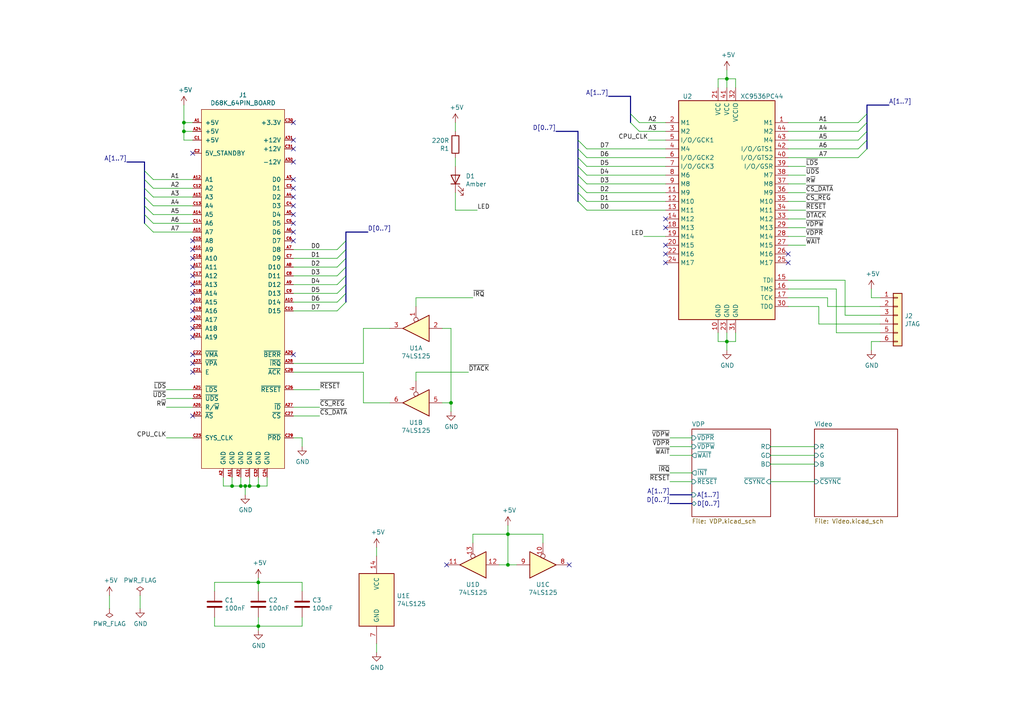
<source format=kicad_sch>
(kicad_sch (version 20211123) (generator eeschema)
  (paper "A4")
  (lib_symbols
    (symbol "74xx:74LS125" (pin_names (offset 1.016))
      (property "Reference" "U" (at 0 1.27 0))
      (property "Value" "74LS125" (at 0 -1.27 0))
      (symbol "74LS125_1_0"
        (polyline (pts (xy -3.81 3.81) (xy -3.81 -3.81) (xy 3.81 0) (xy -3.81 3.81)) (stroke (width 0.254)) (fill (type background)))
        (pin input inverted (at 0 -6.35 90) (length 4.445) (name "~") (number "1"))
        (pin input line (at -7.62 0 0) (length 3.81) (name "~") (number "2"))
        (pin tri_state line (at 7.62 0 180) (length 3.81) (name "~") (number "3"))
      )
      (symbol "74LS125_2_0"
        (polyline (pts (xy -3.81 3.81) (xy -3.81 -3.81) (xy 3.81 0) (xy -3.81 3.81)) (stroke (width 0.254)) (fill (type background)))
        (pin input inverted (at 0 -6.35 90) (length 4.445) (name "~") (number "4"))
        (pin input line (at -7.62 0 0) (length 3.81) (name "~") (number "5"))
        (pin tri_state line (at 7.62 0 180) (length 3.81) (name "~") (number "6"))
      )
      (symbol "74LS125_3_0"
        (polyline (pts (xy -3.81 3.81) (xy -3.81 -3.81) (xy 3.81 0) (xy -3.81 3.81)) (stroke (width 0.254)) (fill (type background)))
        (pin input inverted (at 0 -6.35 90) (length 4.445) (name "~") (number "10"))
        (pin tri_state line (at 7.62 0 180) (length 3.81) (name "~") (number "8"))
        (pin input line (at -7.62 0 0) (length 3.81) (name "~") (number "9"))
      )
      (symbol "74LS125_4_0"
        (polyline (pts (xy -3.81 3.81) (xy -3.81 -3.81) (xy 3.81 0) (xy -3.81 3.81)) (stroke (width 0.254)) (fill (type background)))
        (pin tri_state line (at 7.62 0 180) (length 3.81) (name "~") (number "11"))
        (pin input line (at -7.62 0 0) (length 3.81) (name "~") (number "12"))
        (pin input inverted (at 0 -6.35 90) (length 4.445) (name "~") (number "13"))
      )
      (symbol "74LS125_5_0"
        (pin power_in line (at 0 12.7 270) (length 5.08) (name "VCC") (number "14"))
        (pin power_in line (at 0 -12.7 90) (length 5.08) (name "GND") (number "7"))
      )
      (symbol "74LS125_5_1"
        (rectangle (start -5.08 7.62) (end 5.08 -7.62) (stroke (width 0.254)) (fill (type background)))
      )
    )
    (symbol "Connector_Generic:Conn_01x06" (pin_names (offset 1.016) hide)
      (property "Reference" "J" (at 0 7.62 0))
      (property "Value" "Conn_01x06" (at 0 -10.16 0))
      (symbol "Conn_01x06_1_1"
        (rectangle (start -1.27 -7.493) (end 0 -7.747) (stroke (width 0.1524)))
        (rectangle (start -1.27 -4.953) (end 0 -5.207) (stroke (width 0.1524)))
        (rectangle (start -1.27 -2.413) (end 0 -2.667) (stroke (width 0.1524)))
        (rectangle (start -1.27 0.127) (end 0 -0.127) (stroke (width 0.1524)))
        (rectangle (start -1.27 2.667) (end 0 2.413) (stroke (width 0.1524)))
        (rectangle (start -1.27 5.207) (end 0 4.953) (stroke (width 0.1524)))
        (rectangle (start -1.27 6.35) (end 1.27 -8.89) (stroke (width 0.254)) (fill (type background)))
        (pin passive line (at -5.08 5.08 0) (length 3.81) (name "Pin_1") (number "1"))
        (pin passive line (at -5.08 2.54 0) (length 3.81) (name "Pin_2") (number "2"))
        (pin passive line (at -5.08 0 0) (length 3.81) (name "Pin_3") (number "3"))
        (pin passive line (at -5.08 -2.54 0) (length 3.81) (name "Pin_4") (number "4"))
        (pin passive line (at -5.08 -5.08 0) (length 3.81) (name "Pin_5") (number "5"))
        (pin passive line (at -5.08 -7.62 0) (length 3.81) (name "Pin_6") (number "6"))
      )
    )
    (symbol "Ddraig:D68K_64PIN_BOARD" (pin_names (offset 1.016))
      (property "Reference" "J" (at -11.43 53.34 0))
      (property "Value" "D68K_64PIN_BOARD" (at -2.54 50.8 0))
      (symbol "D68K_64PIN_BOARD_0_1"
        (rectangle (start -12.7 48.26) (end 11.43 -55.88) (fill (type background)))
      )
      (symbol "D68K_64PIN_BOARD_1_1"
        (pin power_in line (at -15.24 44.45 0) (length 2.54) (name "+5V") (number "A1"))
        (pin bidirectional line (at 13.97 -7.62 180) (length 2.54) (name "D14") (number "A10"))
        (pin power_in line (at -3.81 -58.42 90) (length 2.54) (name "GND") (number "A11"))
        (pin output line (at -15.24 27.94 0) (length 2.54) (name "A1") (number "A12"))
        (pin output line (at -15.24 22.86 0) (length 2.54) (name "A3") (number "A13"))
        (pin output line (at -15.24 17.78 0) (length 2.54) (name "A5") (number "A14"))
        (pin output line (at -15.24 12.7 0) (length 2.54) (name "A7") (number "A15"))
        (pin output line (at -15.24 7.62 0) (length 2.54) (name "A9") (number "A16"))
        (pin output line (at -15.24 2.54 0) (length 2.54) (name "A11") (number "A17"))
        (pin output line (at -15.24 -2.54 0) (length 2.54) (name "A13") (number "A18"))
        (pin output line (at -15.24 -7.62 0) (length 2.54) (name "A15") (number "A19"))
        (pin power_in line (at -6.35 -58.42 90) (length 2.54) (name "GND") (number "A2"))
        (pin output line (at -15.24 -12.7 0) (length 2.54) (name "A17") (number "A20"))
        (pin output line (at -15.24 -17.78 0) (length 2.54) (name "A19") (number "A21"))
        (pin output line (at -15.24 -40.64 0) (length 2.54) (name "~{AS}") (number "A22"))
        (pin output line (at -15.24 -25.4 0) (length 2.54) (name "~{VPA}") (number "A23"))
        (pin power_in line (at -15.24 41.91 0) (length 2.54) (name "+5V") (number "A24"))
        (pin output line (at -15.24 -33.02 0) (length 2.54) (name "~{LDS}") (number "A25"))
        (pin output line (at -15.24 -38.1 0) (length 2.54) (name "R/~{W}") (number "A26"))
        (pin output line (at 13.97 -38.1 180) (length 2.54) (name "~{ID}") (number "A27"))
        (pin input line (at 13.97 -25.4 180) (length 2.54) (name "~{IRQ}") (number "A28"))
        (pin input line (at 13.97 -22.86 180) (length 2.54) (name "~{BERR}") (number "A29"))
        (pin bidirectional line (at 13.97 27.94 180) (length 2.54) (name "D0") (number "A3"))
        (pin power_in line (at 13.97 33.02 180) (length 2.54) (name "-12V") (number "A30"))
        (pin power_in line (at 13.97 39.37 180) (length 2.54) (name "+12V") (number "A31"))
        (pin power_in line (at -1.27 -58.42 90) (length 2.54) (name "GND") (number "A32"))
        (pin bidirectional line (at 13.97 22.86 180) (length 2.54) (name "D2") (number "A4"))
        (pin bidirectional line (at 13.97 17.78 180) (length 2.54) (name "D4") (number "A5"))
        (pin bidirectional line (at 13.97 12.7 180) (length 2.54) (name "D6") (number "A6"))
        (pin bidirectional line (at 13.97 7.62 180) (length 2.54) (name "D8") (number "A7"))
        (pin bidirectional line (at 13.97 2.54 180) (length 2.54) (name "D10") (number "A8"))
        (pin bidirectional line (at 13.97 -2.54 180) (length 2.54) (name "D12") (number "A9"))
        (pin power_in line (at -15.24 39.37 0) (length 2.54) (name "+5V") (number "C1"))
        (pin bidirectional line (at 13.97 -10.16 180) (length 2.54) (name "D15") (number "C10"))
        (pin power_in line (at 1.27 -58.42 90) (length 2.54) (name "GND") (number "C11"))
        (pin output line (at -15.24 25.4 0) (length 2.54) (name "A2") (number "C12"))
        (pin output line (at -15.24 20.32 0) (length 2.54) (name "A4") (number "C13"))
        (pin output line (at -15.24 15.24 0) (length 2.54) (name "A6") (number "C14"))
        (pin output line (at -15.24 10.16 0) (length 2.54) (name "A8") (number "C15"))
        (pin output line (at -15.24 5.08 0) (length 2.54) (name "A10") (number "C16"))
        (pin output line (at -15.24 0 0) (length 2.54) (name "A12") (number "C17"))
        (pin output line (at -15.24 -5.08 0) (length 2.54) (name "A14") (number "C18"))
        (pin output line (at -15.24 -10.16 0) (length 2.54) (name "A16") (number "C19"))
        (pin power_in line (at -15.24 35.56 0) (length 2.54) (name "5V_STANDBY") (number "C2"))
        (pin output line (at -15.24 -15.24 0) (length 2.54) (name "A18") (number "C20"))
        (pin output line (at -15.24 -27.94 0) (length 2.54) (name "E") (number "C21"))
        (pin output line (at -15.24 -22.86 0) (length 2.54) (name "~{VMA}") (number "C22"))
        (pin output line (at -15.24 -46.99 0) (length 2.54) (name "SYS_CLK") (number "C23"))
        (pin power_in line (at 6.35 -58.42 90) (length 2.54) (name "GND") (number "C24"))
        (pin output line (at -15.24 -35.56 0) (length 2.54) (name "~{UDS}") (number "C25"))
        (pin output line (at 13.97 -33.02 180) (length 2.54) (name "~{RESET}") (number "C26"))
        (pin output line (at 13.97 -40.64 180) (length 2.54) (name "~{CS}") (number "C27"))
        (pin input line (at 13.97 -27.94 180) (length 2.54) (name "~{ACK}") (number "C28"))
        (pin passive line (at 13.97 -46.99 180) (length 2.54) (name "~{PRD}") (number "C29"))
        (pin bidirectional line (at 13.97 25.4 180) (length 2.54) (name "D1") (number "C3"))
        (pin power_in line (at 13.97 44.45 180) (length 2.54) (name "+3.3V") (number "C30"))
        (pin power_in line (at 13.97 36.83 180) (length 2.54) (name "+12V") (number "C31"))
        (pin power_in line (at 3.81 -58.42 90) (length 2.54) (name "GND") (number "C32"))
        (pin bidirectional line (at 13.97 20.32 180) (length 2.54) (name "D3") (number "C4"))
        (pin bidirectional line (at 13.97 15.24 180) (length 2.54) (name "D5") (number "C5"))
        (pin bidirectional line (at 13.97 10.16 180) (length 2.54) (name "D7") (number "C6"))
        (pin bidirectional line (at 13.97 5.08 180) (length 2.54) (name "D9") (number "C7"))
        (pin bidirectional line (at 13.97 0 180) (length 2.54) (name "D11") (number "C8"))
        (pin bidirectional line (at 13.97 -5.08 180) (length 2.54) (name "D13") (number "C9"))
      )
    )
    (symbol "Ddraig:XC9536PC44"
      (property "Reference" "U" (at -13.97 33.02 0))
      (property "Value" "XC9536PC44" (at -13.97 -33.02 0))
      (symbol "XC9536PC44_1_1"
        (rectangle (start -13.97 31.75) (end 13.97 -31.75) (stroke (width 0.254)) (fill (type background)))
        (pin bidirectional line (at 17.78 25.4 180) (length 3.81) (name "M1") (number "1"))
        (pin power_in line (at -2.54 -35.56 90) (length 3.81) (name "GND") (number "10"))
        (pin bidirectional line (at -17.78 5.08 0) (length 3.81) (name "M9") (number "11"))
        (pin bidirectional line (at -17.78 2.54 0) (length 3.81) (name "M10") (number "12"))
        (pin bidirectional line (at -17.78 0 0) (length 3.81) (name "M11") (number "13"))
        (pin bidirectional line (at -17.78 -2.54 0) (length 3.81) (name "M12") (number "14"))
        (pin input line (at 17.78 -20.32 180) (length 3.81) (name "TDI") (number "15"))
        (pin input line (at 17.78 -22.86 180) (length 3.81) (name "TMS") (number "16"))
        (pin input line (at 17.78 -25.4 180) (length 3.81) (name "TCK") (number "17"))
        (pin bidirectional line (at -17.78 -5.08 0) (length 3.81) (name "M13") (number "18"))
        (pin bidirectional line (at -17.78 -7.62 0) (length 3.81) (name "M14") (number "19"))
        (pin bidirectional line (at -17.78 25.4 0) (length 3.81) (name "M1") (number "2"))
        (pin bidirectional line (at -17.78 -10.16 0) (length 3.81) (name "M15") (number "20"))
        (pin power_in line (at -2.54 35.56 270) (length 3.81) (name "VCC") (number "21"))
        (pin bidirectional line (at -17.78 -12.7 0) (length 3.81) (name "M16") (number "22"))
        (pin power_in line (at 0 -35.56 90) (length 3.81) (name "GND") (number "23"))
        (pin bidirectional line (at -17.78 -15.24 0) (length 3.81) (name "M17") (number "24"))
        (pin bidirectional line (at 17.78 -15.24 180) (length 3.81) (name "M17") (number "25"))
        (pin bidirectional line (at 17.78 -12.7 180) (length 3.81) (name "M16") (number "26"))
        (pin bidirectional line (at 17.78 -10.16 180) (length 3.81) (name "M15") (number "27"))
        (pin bidirectional line (at 17.78 -7.62 180) (length 3.81) (name "M14") (number "28"))
        (pin bidirectional line (at 17.78 -5.08 180) (length 3.81) (name "M13") (number "29"))
        (pin bidirectional line (at -17.78 22.86 0) (length 3.81) (name "M2") (number "3"))
        (pin output line (at 17.78 -27.94 180) (length 3.81) (name "TDO") (number "30"))
        (pin power_in line (at 2.54 -35.56 90) (length 3.81) (name "GND") (number "31"))
        (pin power_in line (at 2.54 35.56 270) (length 3.81) (name "VCCIO") (number "32"))
        (pin bidirectional line (at 17.78 -2.54 180) (length 3.81) (name "M12") (number "33"))
        (pin bidirectional line (at 17.78 0 180) (length 3.81) (name "M11") (number "34"))
        (pin bidirectional line (at 17.78 2.54 180) (length 3.81) (name "M10") (number "35"))
        (pin bidirectional line (at 17.78 5.08 180) (length 3.81) (name "M9") (number "36"))
        (pin bidirectional line (at 17.78 7.62 180) (length 3.81) (name "M8") (number "37"))
        (pin bidirectional line (at 17.78 10.16 180) (length 3.81) (name "M7") (number "38"))
        (pin bidirectional line (at 17.78 12.7 180) (length 3.81) (name "I/O/GSR") (number "39"))
        (pin bidirectional line (at -17.78 17.78 0) (length 3.81) (name "M4") (number "4"))
        (pin bidirectional line (at 17.78 15.24 180) (length 3.81) (name "I/O/GTS2") (number "40"))
        (pin power_in line (at 0 35.56 270) (length 3.81) (name "VCC") (number "41"))
        (pin bidirectional line (at 17.78 17.78 180) (length 3.81) (name "I/O/GTS1") (number "42"))
        (pin bidirectional line (at 17.78 20.32 180) (length 3.81) (name "M4") (number "43"))
        (pin bidirectional line (at 17.78 22.86 180) (length 3.81) (name "M2") (number "44"))
        (pin bidirectional line (at -17.78 20.32 0) (length 3.81) (name "I/O/GCK1") (number "5"))
        (pin bidirectional line (at -17.78 15.24 0) (length 3.81) (name "I/O/GCK2") (number "6"))
        (pin bidirectional line (at -17.78 12.7 0) (length 3.81) (name "I/O/GCK3") (number "7"))
        (pin bidirectional line (at -17.78 10.16 0) (length 3.81) (name "M6") (number "8"))
        (pin bidirectional line (at -17.78 7.62 0) (length 3.81) (name "M8") (number "9"))
      )
    )
    (symbol "Device:C" (pin_numbers hide) (pin_names (offset 0.254))
      (property "Reference" "C" (at 0.635 2.54 0))
      (property "Value" "C" (at 0.635 -2.54 0))
      (symbol "C_0_1"
        (polyline (pts (xy -2.032 -0.762) (xy 2.032 -0.762)) (stroke (width 0.508)))
        (polyline (pts (xy -2.032 0.762) (xy 2.032 0.762)) (stroke (width 0.508)))
      )
      (symbol "C_1_1"
        (pin passive line (at 0 3.81 270) (length 2.794) (name "~") (number "1"))
        (pin passive line (at 0 -3.81 90) (length 2.794) (name "~") (number "2"))
      )
    )
    (symbol "Device:LED" (pin_numbers hide) (pin_names (offset 1.016) hide)
      (property "Reference" "D" (at 0 2.54 0))
      (property "Value" "LED" (at 0 -2.54 0))
      (symbol "LED_0_1"
        (polyline (pts (xy -1.27 -1.27) (xy -1.27 1.27)) (stroke (width 0.254)))
        (polyline (pts (xy -1.27 0) (xy 1.27 0)))
        (polyline (pts (xy 1.27 -1.27) (xy 1.27 1.27) (xy -1.27 0) (xy 1.27 -1.27)) (stroke (width 0.254)))
        (polyline (pts (xy -3.048 -0.762) (xy -4.572 -2.286) (xy -3.81 -2.286) (xy -4.572 -2.286) (xy -4.572 -1.524)))
        (polyline (pts (xy -1.778 -0.762) (xy -3.302 -2.286) (xy -2.54 -2.286) (xy -3.302 -2.286) (xy -3.302 -1.524)))
      )
      (symbol "LED_1_1"
        (pin passive line (at -3.81 0 0) (length 2.54) (name "K") (number "1"))
        (pin passive line (at 3.81 0 180) (length 2.54) (name "A") (number "2"))
      )
    )
    (symbol "Device:R" (pin_numbers hide) (pin_names (offset 0))
      (property "Reference" "R" (at 2.032 0 90))
      (property "Value" "R" (at 0 0 90))
      (symbol "R_0_1"
        (rectangle (start -1.016 -2.54) (end 1.016 2.54) (stroke (width 0.254)))
      )
      (symbol "R_1_1"
        (pin passive line (at 0 3.81 270) (length 1.27) (name "~") (number "1"))
        (pin passive line (at 0 -3.81 90) (length 1.27) (name "~") (number "2"))
      )
    )
    (symbol "power:+5V" (power) (pin_names (offset 0))
      (property "Value" "+5V" (at 0 3.556 0))
      (symbol "+5V_0_1"
        (polyline (pts (xy -0.762 1.27) (xy 0 2.54)))
        (polyline (pts (xy 0 0) (xy 0 2.54)))
        (polyline (pts (xy 0 2.54) (xy 0.762 1.27)))
      )
      (symbol "+5V_1_1"
        (pin power_in line (at 0 0 90) (length 0) hide (name "+5V") (number "1"))
      )
    )
    (symbol "power:GND" (power) (pin_names (offset 0))
      (property "Value" "GND" (at 0 -3.81 0))
      (symbol "GND_0_1"
        (polyline (pts (xy 0 0) (xy 0 -1.27) (xy 1.27 -1.27) (xy 0 -2.54) (xy -1.27 -1.27) (xy 0 -1.27)))
      )
      (symbol "GND_1_1"
        (pin power_in line (at 0 0 270) (length 0) hide (name "GND") (number "1"))
      )
    )
    (symbol "power:PWR_FLAG" (power) (pin_numbers hide) (pin_names (offset 0) hide)
      (property "Value" "PWR_FLAG" (at 0 3.81 0))
      (symbol "PWR_FLAG_0_0"
        (pin power_out line (at 0 0 90) (length 0) (name "pwr") (number "1"))
      )
      (symbol "PWR_FLAG_0_1"
        (polyline (pts (xy 0 0) (xy 0 1.27) (xy -1.016 1.905) (xy 0 2.54) (xy 1.016 1.905) (xy 0 1.27)))
      )
    )
  )
  (junction (at 147.32 154.94))
  (junction (at 69.85 140.97))
  (junction (at 210.82 99.06))
  (junction (at 74.93 168.91))
  (junction (at 74.93 181.61))
  (junction (at 74.93 140.97))
  (junction (at 147.32 163.83))
  (junction (at 67.31 140.97))
  (junction (at 53.34 35.56))
  (junction (at 72.39 140.97))
  (junction (at 210.82 22.86))
  (junction (at 130.81 116.84))
  (junction (at 71.12 140.97))
  (junction (at 53.34 38.1))
  (no_connect (at 55.88 92.71))
  (no_connect (at 55.88 85.09))
  (no_connect (at 85.09 69.85))
  (no_connect (at 85.09 43.18))
  (no_connect (at 85.09 67.31))
  (no_connect (at 85.09 62.23))
  (no_connect (at 55.88 44.45))
  (no_connect (at 85.09 40.64))
  (no_connect (at 228.6 73.66))
  (no_connect (at 55.88 69.85))
  (no_connect (at 55.88 80.01))
  (no_connect (at 55.88 97.79))
  (no_connect (at 85.09 57.15))
  (no_connect (at 193.04 76.2))
  (no_connect (at 55.88 82.55))
  (no_connect (at 85.09 59.69))
  (no_connect (at 85.09 52.07))
  (no_connect (at 129.54 163.83))
  (no_connect (at 55.88 120.65))
  (no_connect (at 55.88 102.87))
  (no_connect (at 193.04 66.04))
  (no_connect (at 193.04 63.5))
  (no_connect (at 55.88 105.41))
  (no_connect (at 55.88 95.25))
  (no_connect (at 55.88 72.39))
  (no_connect (at 228.6 76.2))
  (no_connect (at 85.09 35.56))
  (no_connect (at 193.04 73.66))
  (no_connect (at 85.09 54.61))
  (no_connect (at 55.88 74.93))
  (no_connect (at 85.09 46.99))
  (no_connect (at 55.88 77.47))
  (no_connect (at 55.88 90.17))
  (no_connect (at 165.1 163.83))
  (no_connect (at 85.09 102.87))
  (no_connect (at 85.09 64.77))
  (no_connect (at 55.88 107.95))
  (no_connect (at 55.88 87.63))
  (no_connect (at 193.04 71.12))
  (bus_entry (at 167.64 55.88) (size 2.54 2.54))
  (bus_entry (at 167.64 48.26) (size 2.54 2.54))
  (bus_entry (at 251.46 40.64) (size -2.54 2.54))
  (bus_entry (at 41.91 59.69) (size 2.54 2.54))
  (bus_entry (at 41.91 52.07) (size 2.54 2.54))
  (bus_entry (at 100.33 69.85) (size -2.54 2.54))
  (bus_entry (at 41.91 54.61) (size 2.54 2.54))
  (bus_entry (at 251.46 33.02) (size -2.54 2.54))
  (bus_entry (at 167.64 58.42) (size 2.54 2.54))
  (bus_entry (at 41.91 57.15) (size 2.54 2.54))
  (bus_entry (at 251.46 35.56) (size -2.54 2.54))
  (bus_entry (at 182.88 35.56) (size 2.54 2.54))
  (bus_entry (at 251.46 43.18) (size -2.54 2.54))
  (bus_entry (at 41.91 64.77) (size 2.54 2.54))
  (bus_entry (at 167.64 43.18) (size 2.54 2.54))
  (bus_entry (at 182.88 33.02) (size 2.54 2.54))
  (bus_entry (at 251.46 38.1) (size -2.54 2.54))
  (bus_entry (at 41.91 62.23) (size 2.54 2.54))
  (bus_entry (at 167.64 45.72) (size 2.54 2.54))
  (bus_entry (at 167.64 40.64) (size 2.54 2.54))
  (bus_entry (at 100.33 82.55) (size -2.54 2.54))
  (bus_entry (at 100.33 80.01) (size -2.54 2.54))
  (bus_entry (at 100.33 74.93) (size -2.54 2.54))
  (bus_entry (at 100.33 87.63) (size -2.54 2.54))
  (bus_entry (at 41.91 49.53) (size 2.54 2.54))
  (bus_entry (at 100.33 72.39) (size -2.54 2.54))
  (bus_entry (at 100.33 85.09) (size -2.54 2.54))
  (bus_entry (at 167.64 50.8) (size 2.54 2.54))
  (bus_entry (at 167.64 53.34) (size 2.54 2.54))
  (bus_entry (at 100.33 77.47) (size -2.54 2.54))
  (wire (pts (xy 62.23 171.45) (xy 62.23 168.91)))
  (bus (pts (xy 41.91 62.23) (xy 41.91 64.77)))
  (wire (pts (xy 55.88 59.69) (xy 44.45 59.69)))
  (bus (pts (xy 41.91 46.99) (xy 41.91 49.53)))
  (wire (pts (xy 130.81 116.84) (xy 130.81 95.25)))
  (wire (pts (xy 132.08 38.1) (xy 132.08 35.56)))
  (wire (pts (xy 55.88 35.56) (xy 53.34 35.56)))
  (bus (pts (xy 167.64 45.72) (xy 167.64 48.26)))
  (wire (pts (xy 237.49 93.98) (xy 255.27 93.98)))
  (bus (pts (xy 100.33 80.01) (xy 100.33 82.55)))
  (wire (pts (xy 193.04 40.64) (xy 187.96 40.64)))
  (wire (pts (xy 132.08 60.96) (xy 132.08 55.88)))
  (bus (pts (xy 167.64 55.88) (xy 167.64 58.42)))
  (wire (pts (xy 228.6 71.12) (xy 233.68 71.12)))
  (wire (pts (xy 193.04 50.8) (xy 170.18 50.8)))
  (bus (pts (xy 182.88 33.02) (xy 182.88 35.56)))
  (bus (pts (xy 100.33 72.39) (xy 100.33 74.93)))
  (wire (pts (xy 85.09 105.41) (xy 105.41 105.41)))
  (wire (pts (xy 228.6 60.96) (xy 233.68 60.96)))
  (wire (pts (xy 55.88 52.07) (xy 44.45 52.07)))
  (bus (pts (xy 100.33 69.85) (xy 100.33 72.39)))
  (wire (pts (xy 135.89 107.95) (xy 120.65 107.95)))
  (wire (pts (xy 223.52 134.62) (xy 236.22 134.62)))
  (wire (pts (xy 109.22 186.69) (xy 109.22 189.23)))
  (wire (pts (xy 210.82 22.86) (xy 208.28 22.86)))
  (wire (pts (xy 130.81 119.38) (xy 130.81 116.84)))
  (wire (pts (xy 92.71 118.11) (xy 85.09 118.11)))
  (wire (pts (xy 252.73 99.06) (xy 255.27 99.06)))
  (wire (pts (xy 193.04 60.96) (xy 170.18 60.96)))
  (wire (pts (xy 193.04 35.56) (xy 185.42 35.56)))
  (wire (pts (xy 138.43 60.96) (xy 132.08 60.96)))
  (bus (pts (xy 251.46 35.56) (xy 251.46 38.1)))
  (bus (pts (xy 41.91 54.61) (xy 41.91 57.15)))
  (wire (pts (xy 255.27 91.44) (xy 245.11 91.44)))
  (wire (pts (xy 105.41 116.84) (xy 113.03 116.84)))
  (wire (pts (xy 213.36 22.86) (xy 210.82 22.86)))
  (bus (pts (xy 41.91 57.15) (xy 41.91 59.69)))
  (wire (pts (xy 210.82 96.52) (xy 210.82 99.06)))
  (wire (pts (xy 210.82 99.06) (xy 210.82 101.6)))
  (wire (pts (xy 85.09 120.65) (xy 92.71 120.65)))
  (wire (pts (xy 55.88 118.11) (xy 48.26 118.11)))
  (bus (pts (xy 100.33 74.93) (xy 100.33 77.47)))
  (wire (pts (xy 55.88 127) (xy 48.26 127)))
  (wire (pts (xy 193.04 48.26) (xy 170.18 48.26)))
  (wire (pts (xy 147.32 154.94) (xy 157.48 154.94)))
  (wire (pts (xy 64.77 140.97) (xy 67.31 140.97)))
  (wire (pts (xy 55.88 67.31) (xy 44.45 67.31)))
  (bus (pts (xy 182.88 27.94) (xy 182.88 33.02)))
  (wire (pts (xy 228.6 43.18) (xy 248.92 43.18)))
  (wire (pts (xy 55.88 62.23) (xy 44.45 62.23)))
  (wire (pts (xy 228.6 45.72) (xy 248.92 45.72)))
  (wire (pts (xy 245.11 81.28) (xy 245.11 91.44)))
  (bus (pts (xy 182.88 27.94) (xy 176.53 27.94)))
  (wire (pts (xy 252.73 86.36) (xy 255.27 86.36)))
  (wire (pts (xy 144.78 163.83) (xy 147.32 163.83)))
  (wire (pts (xy 223.52 129.54) (xy 236.22 129.54)))
  (wire (pts (xy 194.31 137.16) (xy 200.66 137.16)))
  (wire (pts (xy 228.6 40.64) (xy 248.92 40.64)))
  (wire (pts (xy 210.82 22.86) (xy 210.82 25.4)))
  (wire (pts (xy 233.68 66.04) (xy 228.6 66.04)))
  (wire (pts (xy 31.75 176.53) (xy 31.75 172.72)))
  (wire (pts (xy 109.22 161.29) (xy 109.22 158.75)))
  (bus (pts (xy 194.31 143.51) (xy 200.66 143.51)))
  (bus (pts (xy 100.33 82.55) (xy 100.33 85.09)))
  (wire (pts (xy 208.28 22.86) (xy 208.28 25.4)))
  (wire (pts (xy 105.41 95.25) (xy 113.03 95.25)))
  (wire (pts (xy 87.63 168.91) (xy 87.63 171.45)))
  (wire (pts (xy 228.6 55.88) (xy 233.68 55.88)))
  (wire (pts (xy 233.68 53.34) (xy 228.6 53.34)))
  (bus (pts (xy 167.64 40.64) (xy 167.64 43.18)))
  (wire (pts (xy 228.6 83.82) (xy 242.57 83.82)))
  (wire (pts (xy 240.03 88.9) (xy 240.03 86.36)))
  (wire (pts (xy 55.88 57.15) (xy 44.45 57.15)))
  (wire (pts (xy 208.28 96.52) (xy 208.28 99.06)))
  (bus (pts (xy 251.46 40.64) (xy 251.46 43.18)))
  (wire (pts (xy 228.6 81.28) (xy 245.11 81.28)))
  (wire (pts (xy 48.26 115.57) (xy 55.88 115.57)))
  (bus (pts (xy 167.64 48.26) (xy 167.64 50.8)))
  (wire (pts (xy 85.09 87.63) (xy 97.79 87.63)))
  (wire (pts (xy 132.08 48.26) (xy 132.08 45.72)))
  (wire (pts (xy 53.34 40.64) (xy 55.88 40.64)))
  (wire (pts (xy 87.63 181.61) (xy 87.63 179.07)))
  (wire (pts (xy 71.12 140.97) (xy 72.39 140.97)))
  (wire (pts (xy 213.36 25.4) (xy 213.36 22.86)))
  (wire (pts (xy 240.03 86.36) (xy 228.6 86.36)))
  (wire (pts (xy 72.39 140.97) (xy 74.93 140.97)))
  (bus (pts (xy 41.91 49.53) (xy 41.91 52.07)))
  (wire (pts (xy 233.68 63.5) (xy 228.6 63.5)))
  (wire (pts (xy 210.82 99.06) (xy 213.36 99.06)))
  (wire (pts (xy 147.32 154.94) (xy 147.32 163.83)))
  (wire (pts (xy 252.73 83.82) (xy 252.73 86.36)))
  (wire (pts (xy 157.48 154.94) (xy 157.48 157.48)))
  (wire (pts (xy 67.31 138.43) (xy 67.31 140.97)))
  (wire (pts (xy 85.09 72.39) (xy 97.79 72.39)))
  (wire (pts (xy 237.49 93.98) (xy 237.49 88.9)))
  (wire (pts (xy 55.88 113.03) (xy 48.26 113.03)))
  (wire (pts (xy 67.31 140.97) (xy 69.85 140.97)))
  (wire (pts (xy 69.85 140.97) (xy 71.12 140.97)))
  (wire (pts (xy 85.09 74.93) (xy 97.79 74.93)))
  (wire (pts (xy 137.16 157.48) (xy 137.16 154.94)))
  (wire (pts (xy 193.04 55.88) (xy 170.18 55.88)))
  (bus (pts (xy 41.91 59.69) (xy 41.91 62.23)))
  (wire (pts (xy 193.04 38.1) (xy 185.42 38.1)))
  (wire (pts (xy 252.73 101.6) (xy 252.73 99.06)))
  (bus (pts (xy 167.64 50.8) (xy 167.64 53.34)))
  (wire (pts (xy 200.66 139.7) (xy 194.31 139.7)))
  (wire (pts (xy 85.09 80.01) (xy 97.79 80.01)))
  (wire (pts (xy 55.88 64.77) (xy 44.45 64.77)))
  (wire (pts (xy 85.09 77.47) (xy 97.79 77.47)))
  (wire (pts (xy 87.63 127) (xy 85.09 127)))
  (wire (pts (xy 193.04 43.18) (xy 170.18 43.18)))
  (wire (pts (xy 147.32 152.4) (xy 147.32 154.94)))
  (wire (pts (xy 74.93 171.45) (xy 74.93 168.91)))
  (wire (pts (xy 85.09 90.17) (xy 97.79 90.17)))
  (bus (pts (xy 251.46 33.02) (xy 251.46 35.56)))
  (wire (pts (xy 120.65 86.36) (xy 120.65 88.9)))
  (wire (pts (xy 74.93 179.07) (xy 74.93 181.61)))
  (wire (pts (xy 64.77 138.43) (xy 64.77 140.97)))
  (wire (pts (xy 53.34 30.48) (xy 53.34 35.56)))
  (bus (pts (xy 100.33 85.09) (xy 100.33 87.63)))
  (wire (pts (xy 105.41 105.41) (xy 105.41 95.25)))
  (wire (pts (xy 193.04 45.72) (xy 170.18 45.72)))
  (wire (pts (xy 213.36 99.06) (xy 213.36 96.52)))
  (bus (pts (xy 251.46 30.48) (xy 257.81 30.48)))
  (bus (pts (xy 200.66 146.05) (xy 194.31 146.05)))
  (wire (pts (xy 255.27 96.52) (xy 242.57 96.52)))
  (bus (pts (xy 41.91 46.99) (xy 36.83 46.99)))
  (wire (pts (xy 71.12 143.51) (xy 71.12 140.97)))
  (bus (pts (xy 41.91 52.07) (xy 41.91 54.61)))
  (wire (pts (xy 128.27 116.84) (xy 130.81 116.84)))
  (wire (pts (xy 74.93 181.61) (xy 74.93 182.88)))
  (wire (pts (xy 200.66 127) (xy 194.31 127)))
  (wire (pts (xy 62.23 181.61) (xy 74.93 181.61)))
  (bus (pts (xy 251.46 30.48) (xy 251.46 33.02)))
  (wire (pts (xy 137.16 154.94) (xy 147.32 154.94)))
  (wire (pts (xy 55.88 38.1) (xy 53.34 38.1)))
  (wire (pts (xy 74.93 168.91) (xy 87.63 168.91)))
  (wire (pts (xy 228.6 38.1) (xy 248.92 38.1)))
  (wire (pts (xy 85.09 107.95) (xy 105.41 107.95)))
  (wire (pts (xy 130.81 95.25) (xy 128.27 95.25)))
  (wire (pts (xy 228.6 35.56) (xy 248.92 35.56)))
  (bus (pts (xy 251.46 38.1) (xy 251.46 40.64)))
  (wire (pts (xy 72.39 138.43) (xy 72.39 140.97)))
  (wire (pts (xy 208.28 99.06) (xy 210.82 99.06)))
  (wire (pts (xy 236.22 132.08) (xy 223.52 132.08)))
  (wire (pts (xy 193.04 58.42) (xy 170.18 58.42)))
  (wire (pts (xy 85.09 113.03) (xy 92.71 113.03)))
  (wire (pts (xy 194.31 129.54) (xy 200.66 129.54)))
  (wire (pts (xy 53.34 38.1) (xy 53.34 40.64)))
  (bus (pts (xy 167.64 38.1) (xy 167.64 40.64)))
  (wire (pts (xy 120.65 107.95) (xy 120.65 110.49)))
  (wire (pts (xy 147.32 163.83) (xy 149.86 163.83)))
  (wire (pts (xy 237.49 88.9) (xy 228.6 88.9)))
  (wire (pts (xy 105.41 107.95) (xy 105.41 116.84)))
  (wire (pts (xy 62.23 168.91) (xy 74.93 168.91)))
  (wire (pts (xy 62.23 179.07) (xy 62.23 181.61)))
  (wire (pts (xy 210.82 20.32) (xy 210.82 22.86)))
  (bus (pts (xy 106.68 67.31) (xy 100.33 67.31)))
  (bus (pts (xy 100.33 67.31) (xy 100.33 69.85)))
  (wire (pts (xy 137.16 86.36) (xy 120.65 86.36)))
  (wire (pts (xy 74.93 168.91) (xy 74.93 167.64)))
  (bus (pts (xy 100.33 77.47) (xy 100.33 80.01)))
  (wire (pts (xy 200.66 132.08) (xy 194.31 132.08)))
  (wire (pts (xy 74.93 140.97) (xy 77.47 140.97)))
  (wire (pts (xy 69.85 138.43) (xy 69.85 140.97)))
  (bus (pts (xy 167.64 43.18) (xy 167.64 45.72)))
  (wire (pts (xy 87.63 129.54) (xy 87.63 127)))
  (wire (pts (xy 74.93 138.43) (xy 74.93 140.97)))
  (wire (pts (xy 74.93 181.61) (xy 87.63 181.61)))
  (wire (pts (xy 228.6 68.58) (xy 233.68 68.58)))
  (wire (pts (xy 228.6 50.8) (xy 233.68 50.8)))
  (wire (pts (xy 242.57 96.52) (xy 242.57 83.82)))
  (wire (pts (xy 40.64 172.72) (xy 40.64 176.53)))
  (wire (pts (xy 233.68 58.42) (xy 228.6 58.42)))
  (bus (pts (xy 167.64 53.34) (xy 167.64 55.88)))
  (wire (pts (xy 186.69 68.58) (xy 193.04 68.58)))
  (wire (pts (xy 236.22 139.7) (xy 223.52 139.7)))
  (wire (pts (xy 53.34 35.56) (xy 53.34 38.1)))
  (wire (pts (xy 85.09 82.55) (xy 97.79 82.55)))
  (wire (pts (xy 85.09 85.09) (xy 97.79 85.09)))
  (wire (pts (xy 255.27 88.9) (xy 240.03 88.9)))
  (wire (pts (xy 55.88 54.61) (xy 44.45 54.61)))
  (wire (pts (xy 77.47 140.97) (xy 77.47 138.43)))
  (wire (pts (xy 233.68 48.26) (xy 228.6 48.26)))
  (bus (pts (xy 167.64 38.1) (xy 161.29 38.1)))
  (wire (pts (xy 193.04 53.34) (xy 170.18 53.34)))
  (label "A7" (at 49.53 67.31 0))
  (label "A4" (at 237.49 38.1 0))
  (label "A7" (at 237.49 45.72 0))
  (label "~{IRQ}" (at 137.16 86.36 0))
  (label "D1" (at 90.17 74.93 0))
  (label "~{IRQ}" (at 194.31 137.16 180))
  (label "D[0..7]" (at 194.31 146.05 180))
  (label "~{RESET}" (at 233.68 60.96 0))
  (label "A[1..7]" (at 257.81 30.48 0))
  (label "D5" (at 90.17 85.09 0))
  (label "~{DTACK}" (at 233.68 63.5 0))
  (label "R~{W}" (at 48.26 118.11 180))
  (label "D2" (at 173.99 55.88 0))
  (label "~{VDPR}" (at 233.68 68.58 0))
  (label "D4" (at 173.99 50.8 0))
  (label "D3" (at 173.99 53.34 0))
  (label "~{LDS}" (at 48.26 113.03 180))
  (label "A2" (at 190.5 35.56 180))
  (label "CPU_CLK" (at 48.26 127 180))
  (label "LED" (at 138.43 60.96 0))
  (label "~{DTACK}" (at 135.89 107.95 0))
  (label "A[1..7]" (at 36.83 46.99 180))
  (label "~{UDS}" (at 48.26 115.57 180))
  (label "~{VDPW}" (at 194.31 127 180))
  (label "D3" (at 90.17 80.01 0))
  (label "D6" (at 90.17 87.63 0))
  (label "D7" (at 173.99 43.18 0))
  (label "D4" (at 90.17 82.55 0))
  (label "D[0..7]" (at 161.29 38.1 180))
  (label "~{CS_REG}" (at 92.71 118.11 0))
  (label "D0" (at 90.17 72.39 0))
  (label "A5" (at 49.53 62.23 0))
  (label "CPU_CLK" (at 187.96 40.64 180))
  (label "D0" (at 173.99 60.96 0))
  (label "A6" (at 237.49 43.18 0))
  (label "A2" (at 49.53 54.61 0))
  (label "D[0..7]" (at 106.68 67.31 0))
  (label "A[1..7]" (at 176.53 27.94 180))
  (label "~{CS_DATA}" (at 92.71 120.65 0))
  (label "A4" (at 49.53 59.69 0))
  (label "A1" (at 49.53 52.07 0))
  (label "~{CS_REG}" (at 233.68 58.42 0))
  (label "LED" (at 186.69 68.58 180))
  (label "~{LDS}" (at 233.68 48.26 0))
  (label "R~{W}" (at 233.68 53.34 0))
  (label "~{RESET}" (at 194.31 139.7 180))
  (label "~{CS_DATA}" (at 233.68 55.88 0))
  (label "D7" (at 90.17 90.17 0))
  (label "A6" (at 49.53 64.77 0))
  (label "A3" (at 49.53 57.15 0))
  (label "~{WAIT}" (at 194.31 132.08 180))
  (label "A1" (at 237.49 35.56 0))
  (label "D1" (at 173.99 58.42 0))
  (label "~{VDPW}" (at 233.68 66.04 0))
  (label "D2" (at 90.17 77.47 0))
  (label "~{WAIT}" (at 233.68 71.12 0))
  (label "A[1..7]" (at 194.31 143.51 180))
  (label "D6" (at 173.99 45.72 0))
  (label "~{RESET}" (at 92.71 113.03 0))
  (label "~{UDS}" (at 233.68 50.8 0))
  (label "A5" (at 237.49 40.64 0))
  (label "~{VDPR}" (at 194.31 129.54 180))
  (label "A3" (at 190.5 38.1 180))
  (label "D5" (at 173.99 48.26 0))
  (symbol (lib_id "Connector_Generic:Conn_01x06") (at 260.35 91.44 0) (unit 1)
    (property "Reference" "J2" (at 262.382 91.6432 0) (effects (justify left)))
    (property "Value" "JTAG" (at 262.382 93.9546 0) (effects (justify left)))
    (property "Footprint" "Connector_PinHeader_2.54mm:PinHeader_1x06_P2.54mm_Vertical" (effects hide))
  )
  (symbol (lib_id "Ddraig:D68K_64PIN_BOARD") (at 71.12 80.01 0) (unit 1)
    (property "Reference" "J1" (at 70.485 27.559 0))
    (property "Value" "D68K_64PIN_BOARD" (at 70.485 29.8704 0))
    (property "Footprint" "Ddraig:DIN41612_C_2x32_Male_Horizontal_THT" (effects hide))
  )
  (symbol (lib_id "power:+5V") (at 31.75 172.72 0) (unit 1)
    (property "Reference" "#PWR01" (effects hide))
    (property "Value" "+5V" (at 32.131 168.3258 0))
  )
  (symbol (lib_id "power:GND") (at 87.63 129.54 0) (unit 1)
    (property "Reference" "#PWR07" (effects hide))
    (property "Value" "GND" (at 87.757 133.9342 0))
  )
  (symbol (lib_id "power:GND") (at 40.64 176.53 0) (unit 1)
    (property "Reference" "#PWR02" (effects hide))
    (property "Value" "GND" (at 40.767 180.9242 0))
  )
  (symbol (lib_id "74xx:74LS125") (at 120.65 95.25 180) (unit 1)
    (property "Reference" "U1" (at 120.65 100.965 0))
    (property "Value" "74LS125" (at 120.65 103.2764 0))
    (property "Footprint" "Package_DIP:DIP-14_W7.62mm_Socket" (effects hide))
    (property "Datasheet" "http://www.ti.com/lit/gpn/sn74LS125" (effects hide))
  )
  (symbol (lib_id "74xx:74LS125") (at 120.65 116.84 180) (unit 2)
    (property "Reference" "U1" (at 120.65 122.555 0))
    (property "Value" "74LS125" (at 120.65 124.8664 0))
    (property "Footprint" "Package_DIP:DIP-14_W7.62mm_Socket" (effects hide))
    (property "Datasheet" "http://www.ti.com/lit/gpn/sn74LS125" (effects hide))
  )
  (symbol (lib_id "74xx:74LS125") (at 157.48 163.83 0) (mirror x) (unit 3)
    (property "Reference" "U1" (at 157.48 169.545 0))
    (property "Value" "74LS125" (at 157.48 171.8564 0))
    (property "Footprint" "Package_DIP:DIP-14_W7.62mm_Socket" (effects hide))
    (property "Datasheet" "http://www.ti.com/lit/gpn/sn74LS125" (effects hide))
  )
  (symbol (lib_id "74xx:74LS125") (at 137.16 163.83 180) (unit 4)
    (property "Reference" "U1" (at 137.16 169.545 0))
    (property "Value" "74LS125" (at 137.16 171.8564 0))
    (property "Footprint" "Package_DIP:DIP-14_W7.62mm_Socket" (effects hide))
    (property "Datasheet" "http://www.ti.com/lit/gpn/sn74LS125" (effects hide))
  )
  (symbol (lib_id "74xx:74LS125") (at 109.22 173.99 0) (unit 5)
    (property "Reference" "U1" (at 115.062 172.8216 0) (effects (justify left)))
    (property "Value" "74LS125" (at 115.062 175.133 0) (effects (justify left)))
    (property "Footprint" "Package_DIP:DIP-14_W7.62mm_Socket" (effects hide))
    (property "Datasheet" "http://www.ti.com/lit/gpn/sn74LS125" (effects hide))
  )
  (symbol (lib_id "power:GND") (at 130.81 119.38 0) (unit 1)
    (property "Reference" "#PWR010" (effects hide))
    (property "Value" "GND" (at 130.937 123.7742 0))
  )
  (symbol (lib_id "power:GND") (at 109.22 189.23 0) (unit 1)
    (property "Reference" "#PWR09" (effects hide))
    (property "Value" "GND" (at 109.347 193.6242 0))
  )
  (symbol (lib_id "power:+5V") (at 109.22 158.75 0) (unit 1)
    (property "Reference" "#PWR08" (effects hide))
    (property "Value" "+5V" (at 109.601 154.3558 0))
  )
  (symbol (lib_id "power:+5V") (at 147.32 152.4 0) (unit 1)
    (property "Reference" "#PWR012" (effects hide))
    (property "Value" "+5V" (at 147.701 148.0058 0))
  )
  (symbol (lib_id "Device:LED") (at 132.08 52.07 90) (unit 1)
    (property "Reference" "D1" (at 135.0772 51.0794 90) (effects (justify right)))
    (property "Value" "Amber" (at 135.0772 53.3908 90) (effects (justify right)))
    (property "Footprint" "LED_THT:LED_D5.0mm_FlatTop" (effects hide))
  )
  (symbol (lib_id "Device:R") (at 132.08 41.91 180) (unit 1)
    (property "Reference" "R1" (at 130.302 43.0784 0) (effects (justify left)))
    (property "Value" "220R" (at 130.302 40.767 0) (effects (justify left)))
    (property "Footprint" "Resistor_THT:R_Axial_DIN0207_L6.3mm_D2.5mm_P10.16mm_Horizontal" (effects hide))
  )
  (symbol (lib_id "power:+5V") (at 132.08 35.56 0) (unit 1)
    (property "Reference" "#PWR011" (effects hide))
    (property "Value" "+5V" (at 132.461 31.1658 0))
  )
  (symbol (lib_id "power:GND") (at 210.82 101.6 0) (unit 1)
    (property "Reference" "#PWR014" (effects hide))
    (property "Value" "GND" (at 210.947 105.9942 0))
  )
  (symbol (lib_id "power:+5V") (at 210.82 20.32 0) (unit 1)
    (property "Reference" "#PWR013" (effects hide))
    (property "Value" "+5V" (at 211.201 15.9258 0))
  )
  (symbol (lib_id "Ddraig:XC9536PC44") (at 210.82 60.96 0) (unit 1)
    (property "Reference" "U2" (at 199.39 27.94 0))
    (property "Value" "XC9536PC44" (at 220.98 27.94 0))
    (property "Footprint" "Package_LCC:PLCC-44_THT-Socket" (effects hide))
    (property "Datasheet" "xilinx/xc9536.pdf" (effects hide))
  )
  (symbol (lib_id "power:GND") (at 252.73 101.6 0) (unit 1)
    (property "Reference" "#PWR016" (effects hide))
    (property "Value" "GND" (at 252.857 105.9942 0))
  )
  (symbol (lib_id "power:+5V") (at 252.73 83.82 0) (unit 1)
    (property "Reference" "#PWR015" (effects hide))
    (property "Value" "+5V" (at 253.111 79.4258 0))
  )
  (symbol (lib_id "power:PWR_FLAG") (at 40.64 172.72 0) (unit 1)
    (property "Reference" "#FLG02" (effects hide))
    (property "Value" "PWR_FLAG" (at 40.64 168.3258 0))
  )
  (symbol (lib_id "power:PWR_FLAG") (at 31.75 176.53 180) (unit 1)
    (property "Reference" "#FLG01" (effects hide))
    (property "Value" "PWR_FLAG" (at 31.75 180.9242 0))
  )
  (symbol (lib_id "power:+5V") (at 53.34 30.48 0) (unit 1)
    (property "Reference" "#PWR03" (effects hide))
    (property "Value" "+5V" (at 53.721 26.0858 0))
  )
  (symbol (lib_id "power:GND") (at 71.12 143.51 0) (unit 1)
    (property "Reference" "#PWR06" (effects hide))
    (property "Value" "GND" (at 71.247 147.9042 0))
  )
  (symbol (lib_id "Device:C") (at 74.93 175.26 0) (unit 1)
    (property "Reference" "C2" (at 77.851 174.0916 0) (effects (justify left)))
    (property "Value" "100nF" (at 77.851 176.403 0) (effects (justify left)))
    (property "Footprint" "Capacitor_THT:C_Disc_D5.0mm_W2.5mm_P2.50mm" (effects hide))
  )
  (symbol (lib_id "Device:C") (at 87.63 175.26 0) (unit 1)
    (property "Reference" "C3" (at 90.551 174.0916 0) (effects (justify left)))
    (property "Value" "100nF" (at 90.551 176.403 0) (effects (justify left)))
    (property "Footprint" "Capacitor_THT:C_Disc_D5.0mm_W2.5mm_P2.50mm" (effects hide))
  )
  (symbol (lib_id "Device:C") (at 62.23 175.26 0) (unit 1)
    (property "Reference" "C1" (at 65.151 174.0916 0) (effects (justify left)))
    (property "Value" "100nF" (at 65.151 176.403 0) (effects (justify left)))
    (property "Footprint" "Capacitor_THT:C_Disc_D5.0mm_W2.5mm_P2.50mm" (effects hide))
  )
  (symbol (lib_id "power:GND") (at 74.93 182.88 0) (unit 1)
    (property "Reference" "#PWR05" (effects hide))
    (property "Value" "GND" (at 75.057 187.2742 0))
  )
  (symbol (lib_id "power:+5V") (at 74.93 167.64 0) (unit 1)
    (property "Reference" "#PWR04" (effects hide))
    (property "Value" "+5V" (at 75.311 163.2458 0))
  )
  (sheet (at 236.22 124.46) (size 24.13 25.4)
    (property "Sheet name" "Video" (at 236.22 123.7484 0) (effects (justify left bottom)))
    (property "Sheet file" "Video.kicad_sch" (at 236.22 150.4446 0) (effects (justify left top)))
    (pin "R" input (at 236.22 129.54 180))
    (pin "G" input (at 236.22 132.08 180))
    (pin "B" input (at 236.22 134.62 180))
    (pin "~{CSYNC}" input (at 236.22 139.7 180))
  )
  (sheet (at 200.66 124.46) (size 22.86 25.4)
    (property "Sheet name" "VDP" (at 200.66 123.7484 0) (effects (justify left bottom)))
    (property "Sheet file" "VDP.kicad_sch" (at 200.66 150.4446 0) (effects (justify left top)))
    (pin "~{VDPR}" input (at 200.66 127 180))
    (pin "~{VDPW}" input (at 200.66 129.54 180))
    (pin "~{INT}" output (at 200.66 137.16 180))
    (pin "~{RESET}" input (at 200.66 139.7 180))
    (pin "G" output (at 223.52 132.08 0))
    (pin "R" output (at 223.52 129.54 0))
    (pin "B" output (at 223.52 134.62 0))
    (pin "~{CSYNC}" input (at 223.52 139.7 0))
    (pin "~{WAIT}" output (at 200.66 132.08 180))
    (pin "A[1..7]" input (at 200.66 143.51 180))
    (pin "D[0..7]" bidirectional (at 200.66 146.05 180))
  )
)
</source>
